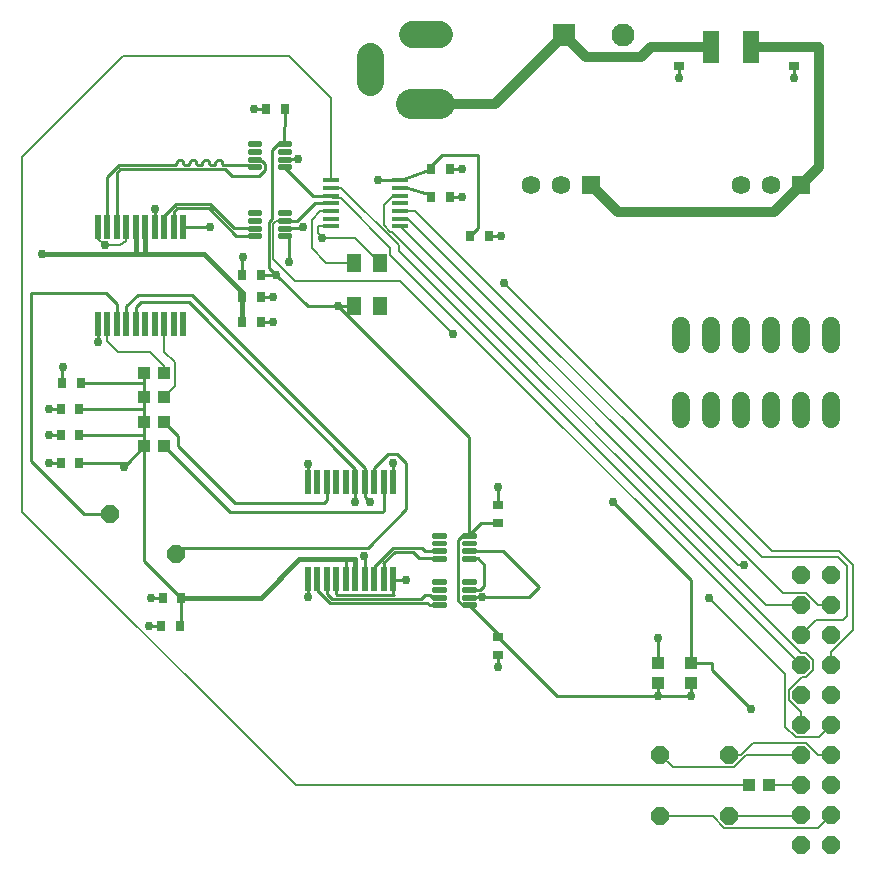
<source format=gbr>
G04 EAGLE Gerber RS-274X export*
G75*
%MOMM*%
%FSLAX34Y34*%
%LPD*%
%INTop Copper*%
%IPPOS*%
%AMOC8*
5,1,8,0,0,1.08239X$1,22.5*%
G01*
%ADD10R,0.762000X0.965200*%
%ADD11C,1.524000*%
%ADD12P,1.649562X8X112.500000*%
%ADD13R,1.100000X1.000000*%
%ADD14R,1.000000X1.100000*%
%ADD15R,1.473200X0.355600*%
%ADD16R,1.250000X1.600000*%
%ADD17R,0.500000X2.000000*%
%ADD18C,0.240000*%
%ADD19C,1.590000*%
%ADD20R,1.590000X1.590000*%
%ADD21P,1.649562X8X22.500000*%
%ADD22R,0.965200X0.762000*%
%ADD23R,1.400000X2.800000*%
%ADD24R,1.950000X1.950000*%
%ADD25C,1.950000*%
%ADD26C,2.500000*%
%ADD27C,2.250000*%
%ADD28C,0.406400*%
%ADD29C,0.254000*%
%ADD30C,0.756400*%
%ADD31C,0.152400*%
%ADD32C,0.203200*%
%ADD33C,0.812800*%


D10*
X373126Y610870D03*
X388874Y610870D03*
X388874Y586740D03*
X373126Y586740D03*
D11*
X584200Y477520D02*
X584200Y462280D01*
X609600Y462280D02*
X609600Y477520D01*
X635000Y477520D02*
X635000Y462280D01*
X660400Y462280D02*
X660400Y477520D01*
X685800Y477520D02*
X685800Y462280D01*
X711200Y462280D02*
X711200Y477520D01*
X584200Y414020D02*
X584200Y398780D01*
X609600Y398780D02*
X609600Y414020D01*
X635000Y414020D02*
X635000Y398780D01*
X660400Y398780D02*
X660400Y414020D01*
X685800Y414020D02*
X685800Y398780D01*
X711200Y398780D02*
X711200Y414020D01*
D12*
X711200Y38100D03*
X685800Y38100D03*
X711200Y63500D03*
X685800Y63500D03*
X711200Y88900D03*
X685800Y88900D03*
X711200Y114300D03*
X685800Y114300D03*
X711200Y139700D03*
X685800Y139700D03*
X711200Y165100D03*
X685800Y165100D03*
X711200Y190500D03*
X685800Y190500D03*
X711200Y215900D03*
X685800Y215900D03*
X711200Y241300D03*
X685800Y241300D03*
X711200Y266700D03*
X685800Y266700D03*
D13*
X658740Y88900D03*
X641740Y88900D03*
D14*
X593090Y192650D03*
X593090Y175650D03*
X565150Y192650D03*
X565150Y175650D03*
D15*
X288290Y601218D03*
X288290Y594614D03*
X288290Y588264D03*
X288290Y581660D03*
X288290Y575056D03*
X288290Y568706D03*
X288290Y562102D03*
X346710Y562102D03*
X346710Y568706D03*
X346710Y575056D03*
X346710Y581660D03*
X346710Y588264D03*
X346710Y594614D03*
X346710Y601218D03*
D16*
X329770Y494580D03*
X329770Y531580D03*
X307770Y531580D03*
X307770Y494580D03*
D17*
X340800Y345800D03*
X332800Y345800D03*
X324800Y345800D03*
X316800Y345800D03*
X308800Y345800D03*
X300800Y345800D03*
X292800Y345800D03*
X284800Y345800D03*
X276800Y345800D03*
X268800Y345800D03*
X268800Y263800D03*
X276800Y263800D03*
X284800Y263800D03*
X292800Y263800D03*
X300800Y263800D03*
X308800Y263800D03*
X316800Y263800D03*
X324800Y263800D03*
X332800Y263800D03*
X340800Y263800D03*
X91000Y479700D03*
X99000Y479700D03*
X107000Y479700D03*
X115000Y479700D03*
X123000Y479700D03*
X131000Y479700D03*
X139000Y479700D03*
X147000Y479700D03*
X155000Y479700D03*
X163000Y479700D03*
X163000Y561700D03*
X155000Y561700D03*
X147000Y561700D03*
X139000Y561700D03*
X131000Y561700D03*
X123000Y561700D03*
X115000Y561700D03*
X107000Y561700D03*
X99000Y561700D03*
X91000Y561700D03*
D18*
X243920Y613750D02*
X253620Y613750D01*
X253620Y611350D01*
X243920Y611350D01*
X243920Y613750D01*
X243920Y613630D02*
X253620Y613630D01*
X253620Y620250D02*
X243920Y620250D01*
X253620Y620250D02*
X253620Y617850D01*
X243920Y617850D01*
X243920Y620250D01*
X243920Y620130D02*
X253620Y620130D01*
X253620Y626750D02*
X243920Y626750D01*
X253620Y626750D02*
X253620Y624350D01*
X243920Y624350D01*
X243920Y626750D01*
X243920Y626630D02*
X253620Y626630D01*
X253620Y633250D02*
X243920Y633250D01*
X253620Y633250D02*
X253620Y630850D01*
X243920Y630850D01*
X243920Y633250D01*
X243920Y633130D02*
X253620Y633130D01*
X228520Y630850D02*
X218820Y630850D01*
X218820Y633250D01*
X228520Y633250D01*
X228520Y630850D01*
X228520Y633130D02*
X218820Y633130D01*
X218820Y624350D02*
X228520Y624350D01*
X218820Y624350D02*
X218820Y626750D01*
X228520Y626750D01*
X228520Y624350D01*
X228520Y626630D02*
X218820Y626630D01*
X218820Y617850D02*
X228520Y617850D01*
X218820Y617850D02*
X218820Y620250D01*
X228520Y620250D01*
X228520Y617850D01*
X228520Y620130D02*
X218820Y620130D01*
X218820Y611350D02*
X228520Y611350D01*
X218820Y611350D02*
X218820Y613750D01*
X228520Y613750D01*
X228520Y611350D01*
X228520Y613630D02*
X218820Y613630D01*
X400130Y282280D02*
X409830Y282280D01*
X409830Y279880D01*
X400130Y279880D01*
X400130Y282280D01*
X400130Y282160D02*
X409830Y282160D01*
X409830Y288780D02*
X400130Y288780D01*
X409830Y288780D02*
X409830Y286380D01*
X400130Y286380D01*
X400130Y288780D01*
X400130Y288660D02*
X409830Y288660D01*
X409830Y295280D02*
X400130Y295280D01*
X409830Y295280D02*
X409830Y292880D01*
X400130Y292880D01*
X400130Y295280D01*
X400130Y295160D02*
X409830Y295160D01*
X409830Y301780D02*
X400130Y301780D01*
X409830Y301780D02*
X409830Y299380D01*
X400130Y299380D01*
X400130Y301780D01*
X400130Y301660D02*
X409830Y301660D01*
X384730Y299380D02*
X375030Y299380D01*
X375030Y301780D01*
X384730Y301780D01*
X384730Y299380D01*
X384730Y301660D02*
X375030Y301660D01*
X375030Y292880D02*
X384730Y292880D01*
X375030Y292880D02*
X375030Y295280D01*
X384730Y295280D01*
X384730Y292880D01*
X384730Y295160D02*
X375030Y295160D01*
X375030Y286380D02*
X384730Y286380D01*
X375030Y286380D02*
X375030Y288780D01*
X384730Y288780D01*
X384730Y286380D01*
X384730Y288660D02*
X375030Y288660D01*
X375030Y279880D02*
X384730Y279880D01*
X375030Y279880D02*
X375030Y282280D01*
X384730Y282280D01*
X384730Y279880D01*
X384730Y282160D02*
X375030Y282160D01*
X253620Y555330D02*
X243920Y555330D01*
X253620Y555330D02*
X253620Y552930D01*
X243920Y552930D01*
X243920Y555330D01*
X243920Y555210D02*
X253620Y555210D01*
X253620Y561830D02*
X243920Y561830D01*
X253620Y561830D02*
X253620Y559430D01*
X243920Y559430D01*
X243920Y561830D01*
X243920Y561710D02*
X253620Y561710D01*
X253620Y568330D02*
X243920Y568330D01*
X253620Y568330D02*
X253620Y565930D01*
X243920Y565930D01*
X243920Y568330D01*
X243920Y568210D02*
X253620Y568210D01*
X253620Y574830D02*
X243920Y574830D01*
X253620Y574830D02*
X253620Y572430D01*
X243920Y572430D01*
X243920Y574830D01*
X243920Y574710D02*
X253620Y574710D01*
X228520Y572430D02*
X218820Y572430D01*
X218820Y574830D01*
X228520Y574830D01*
X228520Y572430D01*
X228520Y574710D02*
X218820Y574710D01*
X218820Y565930D02*
X228520Y565930D01*
X218820Y565930D02*
X218820Y568330D01*
X228520Y568330D01*
X228520Y565930D01*
X228520Y568210D02*
X218820Y568210D01*
X218820Y559430D02*
X228520Y559430D01*
X218820Y559430D02*
X218820Y561830D01*
X228520Y561830D01*
X228520Y559430D01*
X228520Y561710D02*
X218820Y561710D01*
X218820Y552930D02*
X228520Y552930D01*
X218820Y552930D02*
X218820Y555330D01*
X228520Y555330D01*
X228520Y552930D01*
X228520Y555210D02*
X218820Y555210D01*
X400130Y242910D02*
X409830Y242910D01*
X409830Y240510D01*
X400130Y240510D01*
X400130Y242910D01*
X400130Y242790D02*
X409830Y242790D01*
X409830Y249410D02*
X400130Y249410D01*
X409830Y249410D02*
X409830Y247010D01*
X400130Y247010D01*
X400130Y249410D01*
X400130Y249290D02*
X409830Y249290D01*
X409830Y255910D02*
X400130Y255910D01*
X409830Y255910D02*
X409830Y253510D01*
X400130Y253510D01*
X400130Y255910D01*
X400130Y255790D02*
X409830Y255790D01*
X409830Y262410D02*
X400130Y262410D01*
X409830Y262410D02*
X409830Y260010D01*
X400130Y260010D01*
X400130Y262410D01*
X400130Y262290D02*
X409830Y262290D01*
X384730Y260010D02*
X375030Y260010D01*
X375030Y262410D01*
X384730Y262410D01*
X384730Y260010D01*
X384730Y262290D02*
X375030Y262290D01*
X375030Y253510D02*
X384730Y253510D01*
X375030Y253510D02*
X375030Y255910D01*
X384730Y255910D01*
X384730Y253510D01*
X384730Y255790D02*
X375030Y255790D01*
X375030Y247010D02*
X384730Y247010D01*
X375030Y247010D02*
X375030Y249410D01*
X384730Y249410D01*
X384730Y247010D01*
X384730Y249290D02*
X375030Y249290D01*
X375030Y240510D02*
X384730Y240510D01*
X375030Y240510D02*
X375030Y242910D01*
X384730Y242910D01*
X384730Y240510D01*
X384730Y242790D02*
X375030Y242790D01*
D19*
X635000Y596900D03*
D20*
X685800Y596900D03*
D19*
X660400Y596900D03*
X457200Y596900D03*
D20*
X508000Y596900D03*
D19*
X482600Y596900D03*
D21*
X625602Y114554D03*
X625602Y63246D03*
X567182Y114808D03*
D13*
X129930Y417576D03*
X146930Y417576D03*
X129930Y396748D03*
X146930Y396748D03*
X129930Y375920D03*
X146930Y375920D03*
X129930Y437642D03*
X146930Y437642D03*
D21*
X101092Y318516D03*
X156972Y284988D03*
X567182Y62992D03*
D10*
X421894Y554228D03*
X406146Y554228D03*
D22*
X583184Y713994D03*
X583184Y698246D03*
X680466Y713994D03*
X680466Y698246D03*
X430022Y310896D03*
X430022Y326644D03*
X429260Y214884D03*
X429260Y199136D03*
D10*
X228854Y521208D03*
X213106Y521208D03*
X249174Y661416D03*
X233426Y661416D03*
X75184Y362204D03*
X59436Y362204D03*
X75184Y385572D03*
X59436Y385572D03*
X161544Y247650D03*
X145796Y247650D03*
X160274Y224028D03*
X144526Y224028D03*
X75184Y407416D03*
X59436Y407416D03*
X76454Y429514D03*
X60706Y429514D03*
X213106Y502412D03*
X228854Y502412D03*
X213106Y481330D03*
X228854Y481330D03*
D23*
X609872Y714248D03*
X643872Y714248D03*
D24*
X485540Y723900D03*
D25*
X535540Y723900D03*
D26*
X380800Y665480D02*
X355800Y665480D01*
D27*
X357050Y725480D02*
X379550Y725480D01*
X321300Y706730D02*
X321300Y684230D01*
D28*
X130810Y538480D02*
X123190Y538480D01*
X43346Y538480D01*
X130810Y538480D02*
X131000Y561700D01*
X123000Y561700D02*
X123190Y538480D01*
D29*
X129930Y429514D02*
X129930Y417576D01*
X113030Y359528D02*
X113030Y358140D01*
X129930Y407416D02*
X129930Y417576D01*
X129930Y407416D02*
X129930Y396748D01*
X129930Y385572D01*
X129930Y375920D01*
X117035Y363025D01*
X113538Y359528D01*
X113030Y359528D01*
D30*
X43346Y538480D03*
X113030Y358140D03*
D29*
X404980Y241710D02*
X429260Y217430D01*
D31*
X429260Y214884D01*
D29*
X404980Y300580D02*
X415296Y310896D01*
X430022Y310896D01*
X252730Y550170D02*
X252728Y550294D01*
X252722Y550419D01*
X252712Y550543D01*
X252699Y550666D01*
X252681Y550789D01*
X252660Y550912D01*
X252635Y551034D01*
X252606Y551155D01*
X252573Y551275D01*
X252536Y551394D01*
X252496Y551511D01*
X252452Y551628D01*
X252404Y551743D01*
X252353Y551856D01*
X252298Y551968D01*
X252240Y552078D01*
X252179Y552186D01*
X252114Y552292D01*
X252045Y552396D01*
X251974Y552498D01*
X251899Y552597D01*
X251821Y552694D01*
X251740Y552789D01*
X251657Y552881D01*
X251570Y552970D01*
X251481Y553057D01*
X251389Y553140D01*
X251294Y553221D01*
X251197Y553299D01*
X251098Y553374D01*
X250996Y553445D01*
X250892Y553514D01*
X250786Y553579D01*
X250678Y553640D01*
X250568Y553698D01*
X250456Y553753D01*
X250343Y553804D01*
X250228Y553852D01*
X250111Y553896D01*
X249994Y553936D01*
X249875Y553973D01*
X249755Y554006D01*
X249634Y554035D01*
X249512Y554060D01*
X249389Y554081D01*
X249266Y554099D01*
X249143Y554112D01*
X249019Y554122D01*
X248894Y554128D01*
X248770Y554130D01*
X252730Y550170D02*
X252730Y532130D01*
X241808Y521208D02*
X228854Y521208D01*
D30*
X241808Y521208D03*
X252730Y532130D03*
D29*
X248770Y632050D02*
X249174Y661416D01*
X346710Y601218D02*
X354088Y603914D01*
X372531Y610653D01*
X373126Y610870D01*
X129930Y429514D02*
X76454Y429514D01*
X129930Y429514D02*
X129930Y437642D01*
X129930Y407416D02*
X75184Y407416D01*
X75184Y385572D02*
X129930Y385572D01*
X117035Y362204D02*
X75184Y362204D01*
X117035Y362204D02*
X117035Y363025D01*
D28*
X213106Y481330D02*
X213106Y502412D01*
D29*
X212852Y502158D01*
D28*
X181102Y538480D02*
X130810Y538480D01*
D29*
X213106Y506476D02*
X213106Y502412D01*
D28*
X213106Y506476D02*
X181102Y538480D01*
X308800Y280480D02*
X308800Y263800D01*
D29*
X308800Y280480D02*
X308610Y280670D01*
D28*
X300990Y280670D01*
D29*
X299720Y280670D01*
X299720Y279400D01*
X300724Y280404D01*
X300990Y280670D01*
D28*
X228579Y247650D02*
X161544Y247650D01*
X228579Y247650D02*
X261333Y280404D01*
X300724Y280404D01*
D29*
X161544Y247650D02*
X161544Y225298D01*
X160274Y224028D01*
X382016Y622300D02*
X412496Y622300D01*
X382016Y622300D02*
X373126Y613410D01*
X373126Y610870D01*
X412496Y622300D02*
X412496Y560578D01*
X406146Y554228D01*
X593090Y175650D02*
X593090Y164844D01*
X565150Y164844D02*
X565150Y175650D01*
X307770Y494580D02*
X294464Y494580D01*
D30*
X593090Y164844D03*
X565150Y164844D03*
X294464Y494580D03*
D29*
X479300Y164844D02*
X565150Y164844D01*
X479300Y164844D02*
X429260Y214884D01*
X346710Y601218D02*
X328450Y601218D01*
X565150Y164844D02*
X593090Y164844D01*
X294464Y494580D02*
X268436Y494580D01*
X241808Y521208D01*
X404980Y384064D02*
X404980Y300580D01*
X404980Y384064D02*
X294464Y494580D01*
X248770Y632050D02*
X243571Y632050D01*
X237968Y626447D01*
X237968Y568385D01*
X235712Y566128D01*
X235712Y527304D01*
X241808Y521208D01*
X399781Y241710D02*
X404980Y241710D01*
X399781Y241710D02*
X396136Y245356D01*
X396136Y296934D01*
X399781Y300580D01*
X404980Y300580D01*
D30*
X328450Y601218D03*
D29*
X300990Y269240D02*
X300990Y267800D01*
X161544Y247650D02*
X129930Y279264D01*
X129930Y375920D01*
X129930Y396748D02*
X129930Y297302D01*
X299720Y279400D02*
X300800Y278320D01*
X300800Y263800D01*
X300800Y269050D01*
X300990Y269240D01*
D32*
X258223Y88900D02*
X641740Y88900D01*
X258223Y88900D02*
X26670Y320453D01*
X26670Y621030D01*
X111760Y706120D01*
X252730Y706120D01*
X288290Y670560D02*
X288290Y601218D01*
X288290Y670560D02*
X252730Y706120D01*
D29*
X353511Y594614D02*
X370238Y589628D01*
X353511Y594614D02*
X346710Y594614D01*
X370238Y589628D02*
X373126Y586740D01*
D32*
X91000Y561700D02*
X91000Y551620D01*
X96520Y546100D01*
D30*
X96520Y546100D03*
D32*
X115062Y549656D02*
X115000Y561700D01*
X115062Y549656D02*
X109220Y546100D01*
X96520Y546100D01*
X277622Y562102D02*
X288290Y562102D01*
X277622Y562102D02*
X276860Y561340D01*
X276860Y556260D01*
X280670Y552450D01*
D30*
X280670Y552450D03*
D32*
X308900Y552450D02*
X329770Y531580D01*
X308900Y552450D02*
X280670Y552450D01*
D29*
X404980Y248210D02*
X416336Y248210D01*
X268800Y248494D02*
X268800Y263800D01*
X268800Y345800D02*
X268800Y361106D01*
X260126Y619050D02*
X248770Y619050D01*
X680466Y688114D02*
X680466Y698246D01*
X91000Y479700D02*
X91000Y464394D01*
X139000Y561700D02*
X139000Y577006D01*
X228854Y502412D02*
X238986Y502412D01*
X388874Y586740D02*
X399006Y586740D01*
X583184Y688114D02*
X583184Y698246D01*
X233426Y661416D02*
X223294Y661416D01*
X59436Y362204D02*
X49304Y362204D01*
X49304Y385572D02*
X59436Y385572D01*
X135664Y247650D02*
X145796Y247650D01*
X144526Y224028D02*
X134394Y224028D01*
X59436Y407416D02*
X49304Y407416D01*
X421894Y554228D02*
X432026Y554228D01*
X238986Y481330D02*
X228854Y481330D01*
X430022Y341856D02*
X430022Y326644D01*
X399006Y610870D02*
X388874Y610870D01*
X434190Y287580D02*
X464596Y257174D01*
X434190Y287580D02*
X404980Y287580D01*
X429260Y199136D02*
X429260Y189004D01*
D30*
X416336Y248210D03*
X268800Y248494D03*
X268800Y361106D03*
X260126Y619050D03*
X680466Y688114D03*
X91000Y464394D03*
X139000Y577006D03*
X238986Y502412D03*
X399006Y586740D03*
X583184Y688114D03*
X223294Y661416D03*
X49304Y362204D03*
X49304Y385572D03*
X135664Y247650D03*
X134394Y224028D03*
X49304Y407416D03*
X432026Y554228D03*
X238986Y481330D03*
X430022Y341856D03*
X399006Y610870D03*
X429260Y189004D03*
D29*
X263450Y560630D02*
X248770Y560630D01*
X263450Y560630D02*
X264160Y561340D01*
D30*
X264160Y561340D03*
D29*
X185060Y561700D02*
X163000Y561700D01*
X185060Y561700D02*
X185420Y561340D01*
D30*
X185420Y561340D03*
D29*
X340360Y346240D02*
X340800Y345800D01*
X340360Y346240D02*
X340360Y361950D01*
D30*
X340360Y361950D03*
D29*
X340800Y263800D02*
X341710Y262890D01*
X351790Y262890D01*
D30*
X351790Y262890D03*
D29*
X316800Y263800D02*
X316800Y282640D01*
X316230Y283210D01*
D30*
X316230Y283210D03*
D29*
X292800Y263800D02*
X292800Y250760D01*
X293370Y250190D01*
X341630Y250190D01*
X60706Y429514D02*
X60706Y442976D01*
X60960Y443230D01*
D30*
X60960Y443230D03*
D29*
X213106Y521208D02*
X213106Y536956D01*
X213360Y537210D01*
X213360Y535940D01*
D30*
X213360Y535940D03*
D29*
X464596Y257174D02*
X455632Y248210D01*
X416336Y248210D01*
X340800Y251020D02*
X340800Y263800D01*
X340800Y251020D02*
X341630Y250190D01*
D32*
X625602Y114554D02*
X625856Y114300D01*
X635765Y114300D01*
X700168Y114300D02*
X711200Y114300D01*
X700168Y114300D02*
X690008Y124460D01*
X645925Y124460D01*
X635765Y114300D01*
X633222Y275590D02*
X346710Y562102D01*
X633222Y275590D02*
X637540Y275590D01*
D30*
X637540Y275590D03*
X608330Y247650D03*
D32*
X672846Y183134D01*
X672846Y151130D01*
X672846Y138286D01*
X681592Y129540D01*
X701040Y129540D02*
X711200Y139700D01*
X701040Y129540D02*
X681592Y129540D01*
D29*
X115000Y479700D02*
X115000Y494730D01*
X124460Y504190D01*
X170180Y504190D01*
X316800Y357570D01*
X316800Y345800D01*
X316800Y333440D01*
X321310Y328930D01*
D30*
X321310Y328930D03*
D29*
X591820Y193920D02*
X593090Y192650D01*
D30*
X527050Y328930D03*
D29*
X593090Y262890D01*
X593090Y195190D02*
X591820Y193920D01*
X593090Y192650D02*
X593090Y262890D01*
X610870Y186690D02*
X643890Y153670D01*
X610870Y186690D02*
X610870Y192650D01*
X593090Y192650D01*
D30*
X643890Y153670D03*
D29*
X288290Y581660D02*
X274320Y581660D01*
X259790Y567130D01*
X248770Y567130D01*
D32*
X718707Y287274D02*
X730504Y275477D01*
X718707Y287274D02*
X661416Y287274D01*
X434340Y514350D01*
X730504Y275477D02*
X730504Y220836D01*
X711200Y201532D02*
X711200Y190500D01*
X711200Y201532D02*
X730504Y220836D01*
D30*
X434340Y514350D03*
X391160Y471170D03*
D32*
X242010Y567130D02*
X238760Y563880D01*
X242010Y567130D02*
X248770Y567130D01*
X238760Y563880D02*
X238760Y534670D01*
X346710Y515620D02*
X391160Y471170D01*
X257810Y515620D02*
X238760Y534670D01*
X257810Y515620D02*
X346710Y515620D01*
X640108Y281912D02*
X640159Y281912D01*
X700168Y241300D02*
X711200Y241300D01*
X700168Y241300D02*
X690008Y251460D01*
X670611Y251460D01*
X640159Y281912D01*
X353314Y568706D02*
X346710Y568706D01*
X353314Y568706D02*
X640108Y281912D01*
X656590Y241300D02*
X685800Y241300D01*
X340106Y557784D02*
X338292Y557784D01*
X332740Y563336D01*
X340106Y557784D02*
X656590Y241300D01*
X332740Y580426D02*
X340578Y588264D01*
X346710Y588264D01*
X332740Y580426D02*
X332740Y563336D01*
X346710Y575056D02*
X359664Y575056D01*
X652780Y281940D01*
X698500Y228600D02*
X685800Y215900D01*
X698500Y228600D02*
X721360Y228600D01*
X725170Y232410D01*
X725170Y274320D02*
X717550Y281940D01*
X652780Y281940D01*
X725170Y274320D02*
X725170Y232410D01*
D29*
X273056Y588264D02*
X248770Y612550D01*
X273056Y588264D02*
X288290Y588264D01*
D32*
X288290Y588010D01*
X338560Y537740D02*
X685800Y190500D01*
X296708Y585978D02*
X290322Y585978D01*
X288290Y588010D01*
X338560Y544126D02*
X338560Y537740D01*
X338560Y544126D02*
X296708Y585978D01*
D29*
X308634Y345966D02*
X308800Y345800D01*
X308634Y345966D02*
X308634Y356957D01*
X167751Y497840D01*
X127000Y497840D01*
X123000Y493840D02*
X123000Y479700D01*
X123000Y493840D02*
X127000Y497840D01*
X565150Y213360D02*
X565150Y192650D01*
D30*
X565150Y213360D03*
D29*
X308800Y329120D02*
X308800Y345800D01*
X308800Y329120D02*
X308610Y328930D01*
D30*
X308610Y328930D03*
D32*
X675640Y169308D02*
X675640Y160892D01*
X690008Y180340D02*
X695960Y186292D01*
X695960Y194708D01*
X690008Y200660D01*
X685800Y200660D01*
X685800Y150732D02*
X685800Y139700D01*
X686672Y180340D02*
X690008Y180340D01*
X675640Y160892D02*
X685800Y150732D01*
X675640Y169308D02*
X686672Y180340D01*
X345440Y541020D02*
X345440Y546100D01*
X296926Y594614D01*
X288290Y594614D01*
X345440Y541020D02*
X685800Y200660D01*
X685800Y114300D02*
X639716Y114300D01*
X629810Y104394D01*
X577596Y104394D01*
X567182Y114808D01*
X658740Y88900D02*
X685800Y88900D01*
X685800Y63500D02*
X685546Y63246D01*
X625602Y63246D01*
X611488Y62992D02*
X567182Y62992D01*
X611488Y62992D02*
X621394Y53086D01*
X700786Y53086D01*
X711200Y63500D01*
X307770Y531580D02*
X283760Y531580D01*
X271780Y543560D02*
X271780Y567690D01*
X279146Y575056D01*
X288290Y575056D01*
X271780Y543560D02*
X283760Y531580D01*
D33*
X644126Y713994D02*
X680466Y713994D01*
X644126Y713994D02*
X643872Y714248D01*
X680466Y713994D02*
X700786Y713994D01*
X701040Y713740D01*
X701040Y612140D01*
X685800Y596900D01*
X662940Y574040D01*
X530860Y574040D02*
X508000Y596900D01*
X530860Y574040D02*
X662940Y574040D01*
D29*
X284800Y263800D02*
X284800Y250935D01*
X288974Y246761D01*
X364490Y246761D01*
X367919Y250190D01*
X372110Y250190D01*
X374650Y247650D01*
X379320Y247650D01*
X379880Y248210D01*
X276800Y254265D02*
X276800Y263800D01*
X276800Y254265D02*
X287606Y243459D01*
X371700Y241710D02*
X379880Y241710D01*
X369951Y243459D02*
X287606Y243459D01*
X369951Y243459D02*
X371700Y241710D01*
X332800Y263800D02*
X332800Y276800D01*
X332637Y276963D01*
X342314Y286639D01*
X357456Y286639D01*
X362536Y281559D01*
X379401Y281559D01*
X379880Y281080D01*
X324800Y273795D02*
X324800Y263800D01*
X324800Y273795D02*
X340946Y289941D01*
X379170Y288290D02*
X379880Y287580D01*
X367740Y287580D01*
X365379Y289941D02*
X340946Y289941D01*
X365379Y289941D02*
X367740Y287580D01*
X147000Y561700D02*
X147000Y570975D01*
X156796Y580771D01*
X186104Y580771D01*
X206245Y560630D02*
X223670Y560630D01*
X206245Y560630D02*
X186104Y580771D01*
X155000Y574305D02*
X155000Y561700D01*
X155000Y574305D02*
X158164Y577469D01*
X184736Y577469D01*
X208075Y554130D01*
X223670Y554130D01*
X107000Y561700D02*
X107000Y607585D01*
X109904Y610489D01*
X198120Y610489D01*
X223520Y618900D02*
X223670Y619050D01*
X232514Y615404D02*
X232514Y609696D01*
X232514Y615404D02*
X230174Y617744D01*
X224676Y617744D01*
X223520Y618900D01*
X232514Y609696D02*
X227338Y604520D01*
X204089Y604520D01*
X198120Y610489D01*
X99000Y604255D02*
X99000Y561700D01*
X99000Y604255D02*
X108536Y613791D01*
X155239Y613791D01*
X155331Y613793D01*
X155423Y613799D01*
X155514Y613808D01*
X155605Y613821D01*
X155695Y613838D01*
X155785Y613859D01*
X155873Y613883D01*
X155961Y613911D01*
X156047Y613943D01*
X156132Y613978D01*
X156215Y614017D01*
X156297Y614059D01*
X156377Y614104D01*
X156455Y614153D01*
X156531Y614205D01*
X156604Y614260D01*
X156676Y614318D01*
X156745Y614378D01*
X156811Y614442D01*
X156875Y614508D01*
X156935Y614577D01*
X156993Y614649D01*
X157048Y614722D01*
X157100Y614798D01*
X157149Y614876D01*
X157194Y614956D01*
X157236Y615038D01*
X157275Y615121D01*
X157310Y615206D01*
X157342Y615292D01*
X157370Y615380D01*
X157394Y615468D01*
X157415Y615558D01*
X157432Y615648D01*
X157445Y615739D01*
X157454Y615830D01*
X157460Y615922D01*
X157462Y616014D01*
X157461Y616014D02*
X157463Y616106D01*
X157469Y616198D01*
X157478Y616289D01*
X157491Y616380D01*
X157508Y616470D01*
X157529Y616560D01*
X157553Y616648D01*
X157581Y616736D01*
X157613Y616822D01*
X157648Y616907D01*
X157687Y616990D01*
X157729Y617072D01*
X157774Y617152D01*
X157823Y617230D01*
X157875Y617306D01*
X157930Y617379D01*
X157988Y617451D01*
X158048Y617520D01*
X158112Y617586D01*
X158178Y617650D01*
X158247Y617710D01*
X158319Y617768D01*
X158392Y617823D01*
X158468Y617875D01*
X158546Y617924D01*
X158626Y617969D01*
X158708Y618011D01*
X158791Y618050D01*
X158876Y618085D01*
X158962Y618117D01*
X159050Y618145D01*
X159138Y618169D01*
X159228Y618190D01*
X159318Y618207D01*
X159409Y618220D01*
X159500Y618229D01*
X159592Y618235D01*
X159684Y618237D01*
X159684Y618236D02*
X160730Y618236D01*
X160730Y618237D02*
X160822Y618235D01*
X160914Y618229D01*
X161005Y618220D01*
X161096Y618207D01*
X161186Y618190D01*
X161276Y618169D01*
X161364Y618145D01*
X161452Y618117D01*
X161538Y618085D01*
X161623Y618050D01*
X161706Y618011D01*
X161788Y617969D01*
X161868Y617924D01*
X161946Y617875D01*
X162022Y617823D01*
X162095Y617768D01*
X162167Y617710D01*
X162236Y617650D01*
X162302Y617586D01*
X162366Y617520D01*
X162426Y617451D01*
X162484Y617379D01*
X162539Y617306D01*
X162591Y617230D01*
X162640Y617152D01*
X162685Y617072D01*
X162727Y616990D01*
X162766Y616907D01*
X162801Y616822D01*
X162833Y616736D01*
X162861Y616648D01*
X162885Y616560D01*
X162906Y616470D01*
X162923Y616380D01*
X162936Y616289D01*
X162945Y616198D01*
X162951Y616106D01*
X162953Y616014D01*
X162952Y616014D02*
X162954Y615922D01*
X162960Y615830D01*
X162969Y615739D01*
X162982Y615648D01*
X162999Y615558D01*
X163020Y615468D01*
X163044Y615380D01*
X163072Y615292D01*
X163104Y615206D01*
X163139Y615121D01*
X163178Y615038D01*
X163220Y614956D01*
X163265Y614876D01*
X163314Y614798D01*
X163366Y614722D01*
X163421Y614649D01*
X163479Y614577D01*
X163539Y614508D01*
X163603Y614442D01*
X163669Y614378D01*
X163738Y614318D01*
X163810Y614260D01*
X163883Y614205D01*
X163959Y614153D01*
X164037Y614104D01*
X164117Y614059D01*
X164199Y614017D01*
X164282Y613978D01*
X164367Y613943D01*
X164453Y613911D01*
X164541Y613883D01*
X164629Y613859D01*
X164719Y613838D01*
X164809Y613821D01*
X164900Y613808D01*
X164991Y613799D01*
X165083Y613793D01*
X165175Y613791D01*
X166221Y613791D01*
X166313Y613793D01*
X166405Y613799D01*
X166496Y613808D01*
X166587Y613821D01*
X166677Y613838D01*
X166767Y613859D01*
X166855Y613883D01*
X166943Y613911D01*
X167029Y613943D01*
X167114Y613978D01*
X167197Y614017D01*
X167279Y614059D01*
X167359Y614104D01*
X167437Y614153D01*
X167513Y614205D01*
X167586Y614260D01*
X167658Y614318D01*
X167727Y614378D01*
X167793Y614442D01*
X167857Y614508D01*
X167917Y614577D01*
X167975Y614649D01*
X168030Y614722D01*
X168082Y614798D01*
X168131Y614876D01*
X168176Y614956D01*
X168218Y615038D01*
X168257Y615121D01*
X168292Y615206D01*
X168324Y615292D01*
X168352Y615380D01*
X168376Y615468D01*
X168397Y615558D01*
X168414Y615648D01*
X168427Y615739D01*
X168436Y615830D01*
X168442Y615922D01*
X168444Y616014D01*
X168443Y616014D02*
X168445Y616106D01*
X168451Y616198D01*
X168460Y616289D01*
X168473Y616380D01*
X168490Y616470D01*
X168511Y616560D01*
X168535Y616648D01*
X168563Y616736D01*
X168595Y616822D01*
X168630Y616907D01*
X168669Y616990D01*
X168711Y617072D01*
X168756Y617152D01*
X168805Y617230D01*
X168857Y617306D01*
X168912Y617379D01*
X168970Y617451D01*
X169030Y617520D01*
X169094Y617586D01*
X169160Y617650D01*
X169229Y617710D01*
X169301Y617768D01*
X169374Y617823D01*
X169450Y617875D01*
X169528Y617924D01*
X169608Y617969D01*
X169690Y618011D01*
X169773Y618050D01*
X169858Y618085D01*
X169944Y618117D01*
X170032Y618145D01*
X170120Y618169D01*
X170210Y618190D01*
X170300Y618207D01*
X170391Y618220D01*
X170482Y618229D01*
X170574Y618235D01*
X170666Y618237D01*
X170666Y618236D02*
X171712Y618236D01*
X171712Y618237D02*
X171804Y618235D01*
X171896Y618229D01*
X171987Y618220D01*
X172078Y618207D01*
X172168Y618190D01*
X172258Y618169D01*
X172346Y618145D01*
X172434Y618117D01*
X172520Y618085D01*
X172605Y618050D01*
X172688Y618011D01*
X172770Y617969D01*
X172850Y617924D01*
X172928Y617875D01*
X173004Y617823D01*
X173077Y617768D01*
X173149Y617710D01*
X173218Y617650D01*
X173284Y617586D01*
X173348Y617520D01*
X173408Y617451D01*
X173466Y617379D01*
X173521Y617306D01*
X173573Y617230D01*
X173622Y617152D01*
X173667Y617072D01*
X173709Y616990D01*
X173748Y616907D01*
X173783Y616822D01*
X173815Y616736D01*
X173843Y616648D01*
X173867Y616560D01*
X173888Y616470D01*
X173905Y616380D01*
X173918Y616289D01*
X173927Y616198D01*
X173933Y616106D01*
X173935Y616014D01*
X173934Y616014D02*
X173936Y615922D01*
X173942Y615830D01*
X173951Y615739D01*
X173964Y615648D01*
X173981Y615558D01*
X174002Y615468D01*
X174026Y615380D01*
X174054Y615292D01*
X174086Y615206D01*
X174121Y615121D01*
X174160Y615038D01*
X174202Y614956D01*
X174247Y614876D01*
X174296Y614798D01*
X174348Y614722D01*
X174403Y614649D01*
X174461Y614577D01*
X174521Y614508D01*
X174585Y614442D01*
X174651Y614378D01*
X174720Y614318D01*
X174792Y614260D01*
X174865Y614205D01*
X174941Y614153D01*
X175019Y614104D01*
X175099Y614059D01*
X175181Y614017D01*
X175264Y613978D01*
X175349Y613943D01*
X175435Y613911D01*
X175523Y613883D01*
X175611Y613859D01*
X175701Y613838D01*
X175791Y613821D01*
X175882Y613808D01*
X175973Y613799D01*
X176065Y613793D01*
X176157Y613791D01*
X177202Y613791D01*
X177294Y613793D01*
X177386Y613799D01*
X177477Y613808D01*
X177568Y613821D01*
X177658Y613838D01*
X177748Y613859D01*
X177836Y613883D01*
X177924Y613911D01*
X178010Y613943D01*
X178095Y613978D01*
X178178Y614017D01*
X178260Y614059D01*
X178340Y614104D01*
X178418Y614153D01*
X178494Y614205D01*
X178567Y614260D01*
X178639Y614318D01*
X178708Y614378D01*
X178774Y614442D01*
X178838Y614508D01*
X178898Y614577D01*
X178956Y614649D01*
X179011Y614722D01*
X179063Y614798D01*
X179112Y614876D01*
X179157Y614956D01*
X179199Y615038D01*
X179238Y615121D01*
X179273Y615206D01*
X179305Y615292D01*
X179333Y615380D01*
X179357Y615468D01*
X179378Y615558D01*
X179395Y615648D01*
X179408Y615739D01*
X179417Y615830D01*
X179423Y615922D01*
X179425Y616014D01*
X179424Y616014D02*
X179426Y616106D01*
X179432Y616198D01*
X179441Y616289D01*
X179454Y616380D01*
X179471Y616470D01*
X179492Y616560D01*
X179516Y616648D01*
X179544Y616736D01*
X179576Y616822D01*
X179611Y616907D01*
X179650Y616990D01*
X179692Y617072D01*
X179737Y617152D01*
X179786Y617230D01*
X179838Y617306D01*
X179893Y617379D01*
X179951Y617451D01*
X180011Y617520D01*
X180075Y617586D01*
X180141Y617650D01*
X180210Y617710D01*
X180282Y617768D01*
X180355Y617823D01*
X180431Y617875D01*
X180509Y617924D01*
X180589Y617969D01*
X180671Y618011D01*
X180754Y618050D01*
X180839Y618085D01*
X180925Y618117D01*
X181013Y618145D01*
X181101Y618169D01*
X181191Y618190D01*
X181281Y618207D01*
X181372Y618220D01*
X181463Y618229D01*
X181555Y618235D01*
X181647Y618237D01*
X181647Y618236D02*
X182693Y618236D01*
X182693Y618237D02*
X182785Y618235D01*
X182877Y618229D01*
X182968Y618220D01*
X183059Y618207D01*
X183149Y618190D01*
X183239Y618169D01*
X183327Y618145D01*
X183415Y618117D01*
X183501Y618085D01*
X183586Y618050D01*
X183669Y618011D01*
X183751Y617969D01*
X183831Y617924D01*
X183909Y617875D01*
X183985Y617823D01*
X184058Y617768D01*
X184130Y617710D01*
X184199Y617650D01*
X184265Y617586D01*
X184329Y617520D01*
X184389Y617451D01*
X184447Y617379D01*
X184502Y617306D01*
X184554Y617230D01*
X184603Y617152D01*
X184648Y617072D01*
X184690Y616990D01*
X184729Y616907D01*
X184764Y616822D01*
X184796Y616736D01*
X184824Y616648D01*
X184848Y616560D01*
X184869Y616470D01*
X184886Y616380D01*
X184899Y616289D01*
X184908Y616198D01*
X184914Y616106D01*
X184916Y616014D01*
X184915Y616014D02*
X184917Y615922D01*
X184923Y615830D01*
X184932Y615739D01*
X184945Y615648D01*
X184962Y615558D01*
X184983Y615468D01*
X185007Y615380D01*
X185035Y615292D01*
X185067Y615206D01*
X185102Y615121D01*
X185141Y615038D01*
X185183Y614956D01*
X185228Y614876D01*
X185277Y614798D01*
X185329Y614722D01*
X185384Y614649D01*
X185442Y614577D01*
X185502Y614508D01*
X185566Y614442D01*
X185632Y614378D01*
X185701Y614318D01*
X185773Y614260D01*
X185846Y614205D01*
X185922Y614153D01*
X186000Y614104D01*
X186080Y614059D01*
X186162Y614017D01*
X186245Y613978D01*
X186330Y613943D01*
X186416Y613911D01*
X186504Y613883D01*
X186592Y613859D01*
X186682Y613838D01*
X186772Y613821D01*
X186863Y613808D01*
X186954Y613799D01*
X187046Y613793D01*
X187138Y613791D01*
X188184Y613791D01*
X188276Y613793D01*
X188368Y613799D01*
X188459Y613808D01*
X188550Y613821D01*
X188640Y613838D01*
X188730Y613859D01*
X188818Y613883D01*
X188906Y613911D01*
X188992Y613943D01*
X189077Y613978D01*
X189160Y614017D01*
X189242Y614059D01*
X189322Y614104D01*
X189400Y614153D01*
X189476Y614205D01*
X189549Y614260D01*
X189621Y614318D01*
X189690Y614378D01*
X189756Y614442D01*
X189820Y614508D01*
X189880Y614577D01*
X189938Y614649D01*
X189993Y614722D01*
X190045Y614798D01*
X190094Y614876D01*
X190139Y614956D01*
X190181Y615038D01*
X190220Y615121D01*
X190255Y615206D01*
X190287Y615292D01*
X190315Y615380D01*
X190339Y615468D01*
X190360Y615558D01*
X190377Y615648D01*
X190390Y615739D01*
X190399Y615830D01*
X190405Y615922D01*
X190407Y616014D01*
X190406Y616014D02*
X190408Y616106D01*
X190414Y616198D01*
X190423Y616289D01*
X190436Y616380D01*
X190453Y616470D01*
X190474Y616560D01*
X190498Y616648D01*
X190526Y616736D01*
X190558Y616822D01*
X190593Y616907D01*
X190632Y616990D01*
X190674Y617072D01*
X190719Y617152D01*
X190768Y617230D01*
X190820Y617306D01*
X190875Y617379D01*
X190933Y617451D01*
X190993Y617520D01*
X191057Y617586D01*
X191123Y617650D01*
X191192Y617710D01*
X191264Y617768D01*
X191337Y617823D01*
X191413Y617875D01*
X191491Y617924D01*
X191571Y617969D01*
X191653Y618011D01*
X191736Y618050D01*
X191821Y618085D01*
X191907Y618117D01*
X191995Y618145D01*
X192083Y618169D01*
X192173Y618190D01*
X192263Y618207D01*
X192354Y618220D01*
X192445Y618229D01*
X192537Y618235D01*
X192629Y618237D01*
X192629Y618236D02*
X193675Y618236D01*
X193675Y618237D02*
X193767Y618235D01*
X193859Y618229D01*
X193950Y618220D01*
X194041Y618207D01*
X194131Y618190D01*
X194221Y618169D01*
X194309Y618145D01*
X194397Y618117D01*
X194483Y618085D01*
X194568Y618050D01*
X194651Y618011D01*
X194733Y617969D01*
X194813Y617924D01*
X194891Y617875D01*
X194967Y617823D01*
X195040Y617768D01*
X195112Y617710D01*
X195181Y617650D01*
X195247Y617586D01*
X195311Y617520D01*
X195371Y617451D01*
X195429Y617379D01*
X195484Y617306D01*
X195536Y617230D01*
X195585Y617152D01*
X195630Y617072D01*
X195672Y616990D01*
X195711Y616907D01*
X195746Y616822D01*
X195778Y616736D01*
X195806Y616648D01*
X195830Y616560D01*
X195851Y616470D01*
X195868Y616380D01*
X195881Y616289D01*
X195890Y616198D01*
X195896Y616106D01*
X195898Y616014D01*
X195897Y616014D02*
X195899Y615922D01*
X195905Y615830D01*
X195914Y615739D01*
X195927Y615648D01*
X195944Y615558D01*
X195965Y615468D01*
X195989Y615380D01*
X196017Y615292D01*
X196049Y615206D01*
X196084Y615121D01*
X196123Y615038D01*
X196165Y614956D01*
X196210Y614876D01*
X196259Y614798D01*
X196311Y614722D01*
X196366Y614649D01*
X196424Y614577D01*
X196484Y614508D01*
X196548Y614442D01*
X196614Y614378D01*
X196683Y614318D01*
X196755Y614260D01*
X196828Y614205D01*
X196904Y614153D01*
X196982Y614104D01*
X197062Y614059D01*
X197144Y614017D01*
X197227Y613978D01*
X197312Y613943D01*
X197398Y613911D01*
X197486Y613883D01*
X197574Y613859D01*
X197664Y613838D01*
X197754Y613821D01*
X197845Y613808D01*
X197936Y613799D01*
X198028Y613793D01*
X198120Y613791D01*
X222429Y613791D01*
X223670Y612550D01*
X404980Y281080D02*
X412340Y281080D01*
X417830Y275590D01*
X417830Y257810D01*
X414730Y254710D01*
X404980Y254710D01*
D32*
X146930Y417576D02*
X147000Y417771D01*
X146930Y417576D02*
X156210Y426856D01*
X147000Y456250D02*
X147000Y479700D01*
X156210Y447040D02*
X156210Y426856D01*
X156210Y447040D02*
X147000Y456250D01*
D29*
X284800Y345800D02*
X284800Y330520D01*
X281940Y327660D01*
X207010Y327660D01*
X158750Y384928D02*
X146930Y396748D01*
X158750Y375920D02*
X207010Y327660D01*
X158750Y375920D02*
X158750Y384928D01*
X332800Y345800D02*
X332800Y334070D01*
X332740Y334010D01*
X332740Y321310D01*
X331470Y320040D01*
X202810Y320040D02*
X146930Y375920D01*
X202810Y320040D02*
X331470Y320040D01*
D32*
X146930Y437642D02*
X146930Y443620D01*
X134620Y455930D02*
X107950Y455930D01*
X99000Y464880D01*
X99000Y479700D01*
X134620Y455930D02*
X146930Y443620D01*
D29*
X107000Y479700D02*
X107000Y496250D01*
X97790Y505460D01*
X34290Y505460D01*
X34290Y363728D01*
X79502Y318516D02*
X101092Y318516D01*
X79502Y318516D02*
X34290Y363728D01*
X324800Y357820D02*
X324800Y345800D01*
X336550Y369570D02*
X344170Y369570D01*
X351790Y361950D01*
X351790Y322580D01*
X319278Y290068D02*
X162052Y290068D01*
X156972Y284988D01*
X324800Y357820D02*
X336550Y369570D01*
X351790Y322580D02*
X319278Y290068D01*
D32*
X583438Y713740D02*
X583184Y713994D01*
D33*
X583438Y714248D02*
X609872Y714248D01*
X583438Y714248D02*
X583184Y713994D01*
X574802Y713994D01*
X427120Y665480D02*
X368300Y665480D01*
X427120Y665480D02*
X485540Y723900D01*
X550686Y705514D02*
X559166Y713994D01*
X574802Y713994D01*
X503926Y705514D02*
X485540Y723900D01*
X503926Y705514D02*
X550686Y705514D01*
M02*

</source>
